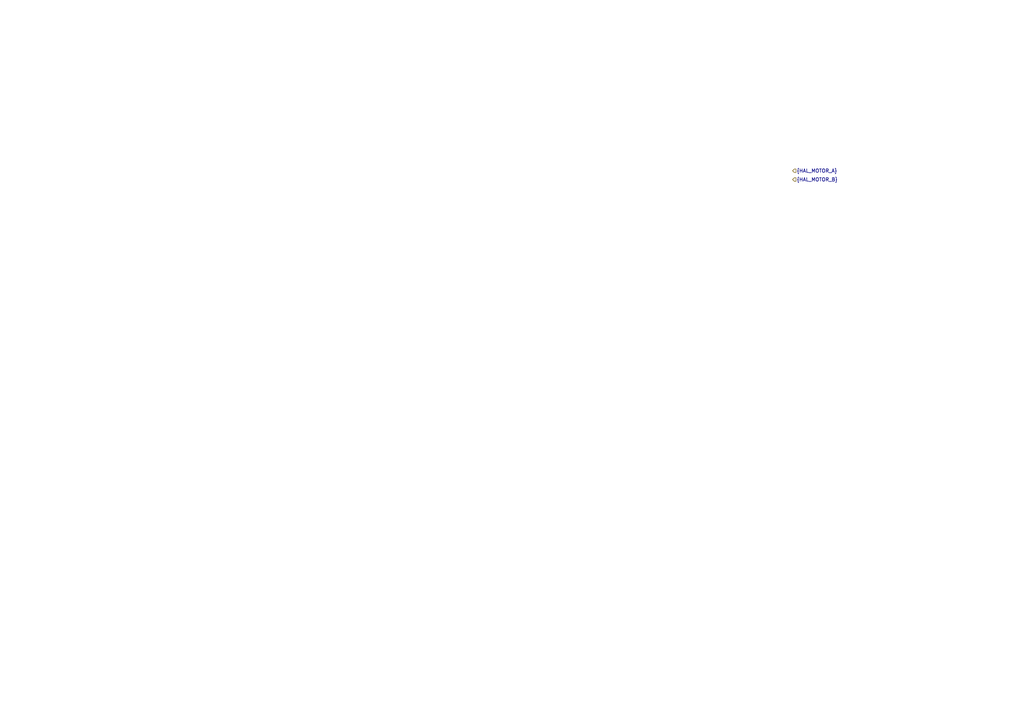
<source format=kicad_sch>
(kicad_sch
	(version 20250114)
	(generator "eeschema")
	(generator_version "9.0")
	(uuid "7a338350-6ca4-4b5d-ad6a-327969e02868")
	(paper "A4")
	(lib_symbols)
	(hierarchical_label "{HAL_MOTOR_B}"
		(shape input)
		(at 229.87 52.07 0)
		(effects
			(font
				(size 1.016 1.016)
			)
			(justify left)
		)
		(uuid "08a9d115-708e-48e3-8230-3e81901eb694")
	)
	(hierarchical_label "{HAL_MOTOR_A}"
		(shape input)
		(at 229.87 49.53 0)
		(effects
			(font
				(size 1.016 1.016)
			)
			(justify left)
		)
		(uuid "23a7806d-cbd5-41ba-b067-81e4766c4d59")
	)
)

</source>
